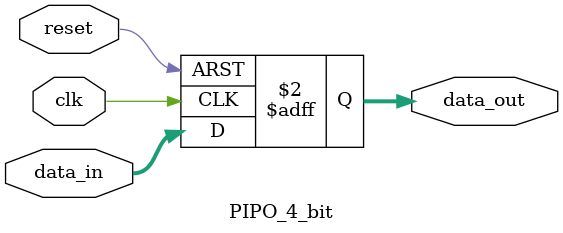
<source format=v>
`timescale 1ns / 1ps

module PIPO_4_bit (
    input [3:0] data_in,
    input clk,
    input reset,
    output reg [3:0] data_out
);
    always @(posedge clk or posedge reset) begin
        if (reset)
            data_out <= 4'b0000;
        else
            data_out <= data_in;
    end
endmodule

</source>
